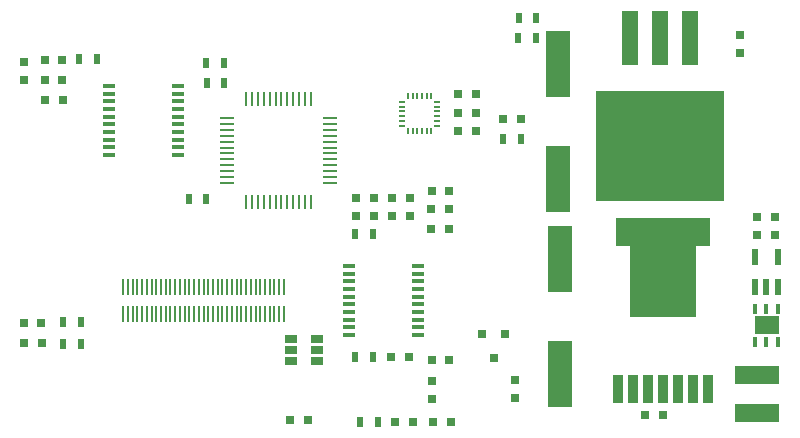
<source format=gbr>
G04 #@! TF.FileFunction,Paste,Top*
%FSLAX46Y46*%
G04 Gerber Fmt 4.6, Leading zero omitted, Abs format (unit mm)*
G04 Created by KiCad (PCBNEW 4.0.0-rc2-stable) date 4/30/2016 6:24:02 PM*
%MOMM*%
G01*
G04 APERTURE LIST*
%ADD10C,0.100000*%
%ADD11R,0.500000X0.900000*%
%ADD12R,3.700000X1.600000*%
%ADD13R,0.800000X0.750000*%
%ADD14R,0.750000X0.800000*%
%ADD15R,1.390000X4.600000*%
%ADD16R,10.800000X9.400000*%
%ADD17R,0.797560X0.797560*%
%ADD18R,0.800100X0.800100*%
%ADD19R,0.990600X0.304800*%
%ADD20R,0.200000X1.430000*%
%ADD21R,1.060000X0.650000*%
%ADD22R,0.406400X0.812800*%
%ADD23R,2.006600X1.498600*%
%ADD24R,0.558800X1.320800*%
%ADD25R,0.230000X0.600000*%
%ADD26R,0.600000X0.230000*%
%ADD27R,1.300000X0.250000*%
%ADD28R,0.250000X1.300000*%
%ADD29R,2.100580X5.600700*%
%ADD30R,5.590000X6.350000*%
%ADD31R,0.910000X2.410000*%
%ADD32R,8.000000X2.410000*%
G04 APERTURE END LIST*
D10*
D11*
X156540000Y-83560000D03*
X158040000Y-83560000D03*
X156590000Y-81870000D03*
X158090000Y-81870000D03*
D12*
X176820000Y-115290000D03*
X176820000Y-112090000D03*
D13*
X116250000Y-109425000D03*
X114750000Y-109425000D03*
X145775000Y-110575000D03*
X147275000Y-110575000D03*
X150700000Y-98080000D03*
X149200000Y-98080000D03*
X150730000Y-96550000D03*
X149230000Y-96550000D03*
D14*
X175370000Y-84800000D03*
X175370000Y-83300000D03*
D13*
X150670000Y-99730000D03*
X149170000Y-99730000D03*
X149230000Y-110870000D03*
X150730000Y-110870000D03*
X149370000Y-116040000D03*
X150870000Y-116040000D03*
X176780000Y-100230000D03*
X178280000Y-100230000D03*
X138725000Y-115875000D03*
X137225000Y-115875000D03*
X176780000Y-98740000D03*
X178280000Y-98740000D03*
D14*
X149250000Y-114110000D03*
X149250000Y-112610000D03*
X156320000Y-114060000D03*
X156320000Y-112560000D03*
D13*
X152980000Y-88330000D03*
X151480000Y-88330000D03*
X152970000Y-89890000D03*
X151470000Y-89890000D03*
D14*
X114750000Y-87090000D03*
X114750000Y-85590000D03*
D13*
X146125000Y-116100000D03*
X147625000Y-116100000D03*
X151480000Y-91430000D03*
X152980000Y-91430000D03*
X156800000Y-90450000D03*
X155300000Y-90450000D03*
X116200000Y-107675000D03*
X114700000Y-107675000D03*
D14*
X144370000Y-98600000D03*
X144370000Y-97100000D03*
X142870000Y-98600000D03*
X142870000Y-97100000D03*
X147370000Y-98620000D03*
X147370000Y-97120000D03*
X145870000Y-98610000D03*
X145870000Y-97110000D03*
D15*
X168580000Y-83530000D03*
D16*
X168580000Y-92680000D03*
D15*
X166040000Y-83530000D03*
X171120000Y-83530000D03*
D17*
X117959300Y-85420000D03*
X116460700Y-85420000D03*
X116460700Y-87130000D03*
X117959300Y-87130000D03*
X116480700Y-88850000D03*
X117979300Y-88850000D03*
D18*
X155430000Y-108649240D03*
X153530000Y-108649240D03*
X154480000Y-110648220D03*
D11*
X142750000Y-110575000D03*
X144250000Y-110575000D03*
X119550000Y-107575000D03*
X118050000Y-107575000D03*
X118050000Y-109450000D03*
X119550000Y-109450000D03*
X130170000Y-97230000D03*
X128670000Y-97230000D03*
X143150000Y-116100000D03*
X144650000Y-116100000D03*
X131680000Y-87390000D03*
X130180000Y-87390000D03*
X131660000Y-85690000D03*
X130160000Y-85690000D03*
X120900000Y-85375000D03*
X119400000Y-85375000D03*
X144250000Y-100175000D03*
X142750000Y-100175000D03*
X156775000Y-92150000D03*
X155275000Y-92150000D03*
D19*
X142202200Y-102875000D03*
X142202200Y-103525000D03*
X142202200Y-104175000D03*
X142202200Y-104825000D03*
X142202200Y-105475000D03*
X142202200Y-106125000D03*
X142202200Y-106775000D03*
X142202200Y-107425000D03*
X148037800Y-107425000D03*
X148037800Y-106775000D03*
X148037800Y-106125000D03*
X148037800Y-105475000D03*
X148037800Y-104825000D03*
X148037800Y-104175000D03*
X148037800Y-103525000D03*
X148037800Y-102875000D03*
X142202200Y-108075000D03*
X142202200Y-108725000D03*
X148037800Y-108075000D03*
X148037800Y-108725000D03*
D20*
X123120000Y-106965000D03*
X123520000Y-106965000D03*
X123920000Y-106965000D03*
X124320000Y-106965000D03*
X124720000Y-106965000D03*
X125120000Y-106965000D03*
X125520000Y-106965000D03*
X125920000Y-106965000D03*
X126320000Y-106965000D03*
X126720000Y-106965000D03*
X127120000Y-106965000D03*
X127520000Y-106965000D03*
X127920000Y-106965000D03*
X128320000Y-106965000D03*
X128720000Y-106965000D03*
X129120000Y-106965000D03*
X129520000Y-106965000D03*
X129920000Y-106965000D03*
X130320000Y-106965000D03*
X130720000Y-106965000D03*
X131120000Y-106965000D03*
X131520000Y-106965000D03*
X131920000Y-106965000D03*
X132320000Y-106965000D03*
X132720000Y-106965000D03*
X133120000Y-106965000D03*
X133520000Y-106965000D03*
X133920000Y-106965000D03*
X134320000Y-106965000D03*
X134720000Y-106965000D03*
X135120000Y-106965000D03*
X135520000Y-106965000D03*
X135920000Y-106965000D03*
X136320000Y-106965000D03*
X136720000Y-106965000D03*
X123120000Y-104615000D03*
X123520000Y-104615000D03*
X123920000Y-104615000D03*
X124320000Y-104615000D03*
X124720000Y-104615000D03*
X125120000Y-104615000D03*
X125520000Y-104615000D03*
X125920000Y-104615000D03*
X126320000Y-104615000D03*
X126720000Y-104615000D03*
X127120000Y-104615000D03*
X127520000Y-104615000D03*
X127920000Y-104615000D03*
X128320000Y-104615000D03*
X128720000Y-104615000D03*
X129120000Y-104615000D03*
X129520000Y-104615000D03*
X129920000Y-104615000D03*
X130320000Y-104615000D03*
X130720000Y-104615000D03*
X131120000Y-104615000D03*
X131520000Y-104615000D03*
X131920000Y-104615000D03*
X132320000Y-104615000D03*
X132720000Y-104615000D03*
X133120000Y-104615000D03*
X133520000Y-104615000D03*
X133920000Y-104615000D03*
X134320000Y-104615000D03*
X134720000Y-104615000D03*
X135120000Y-104615000D03*
X135520000Y-104615000D03*
X135920000Y-104615000D03*
X136320000Y-104615000D03*
X136720000Y-104615000D03*
D21*
X139520000Y-110940000D03*
X139520000Y-109990000D03*
X139520000Y-109040000D03*
X137320000Y-109040000D03*
X137320000Y-110940000D03*
X137320000Y-109990000D03*
D19*
X121922200Y-87625000D03*
X121922200Y-88275000D03*
X121922200Y-88925000D03*
X121922200Y-89575000D03*
X121922200Y-90225000D03*
X121922200Y-90875000D03*
X121922200Y-91525000D03*
X121922200Y-92175000D03*
X127757800Y-92175000D03*
X127757800Y-91525000D03*
X127757800Y-90875000D03*
X127757800Y-90225000D03*
X127757800Y-89575000D03*
X127757800Y-88925000D03*
X127757800Y-88275000D03*
X127757800Y-87625000D03*
X121922200Y-92825000D03*
X121922200Y-93475000D03*
X127757800Y-92825000D03*
X127757800Y-93475000D03*
D22*
X176640200Y-109267000D03*
X177580000Y-109267000D03*
X178519800Y-109267000D03*
X178519800Y-106473000D03*
X177580000Y-106473000D03*
X176640200Y-106473000D03*
D23*
X177605400Y-107895400D03*
D24*
X176640200Y-104630000D03*
X177580000Y-104630000D03*
X178519800Y-104630000D03*
X178519800Y-102090000D03*
X176640200Y-102090000D03*
D25*
X147220000Y-91480000D03*
X147620000Y-91480000D03*
X148020000Y-91480000D03*
X148420000Y-91480000D03*
X148820000Y-91480000D03*
X149220000Y-91480000D03*
D26*
X149720000Y-90980000D03*
X149720000Y-90580000D03*
X149720000Y-90180000D03*
X149720000Y-89780000D03*
X149720000Y-89380000D03*
X149720000Y-88980000D03*
D25*
X149220000Y-88480000D03*
X148820000Y-88480000D03*
X148420000Y-88480000D03*
X148020000Y-88480000D03*
X147620000Y-88480000D03*
X147220000Y-88480000D03*
D26*
X146720000Y-88980000D03*
X146720000Y-89380000D03*
X146720000Y-89780000D03*
X146720000Y-90180000D03*
X146720000Y-90580000D03*
X146720000Y-90980000D03*
D27*
X140620000Y-95840000D03*
X140620000Y-95340000D03*
X140620000Y-94840000D03*
X140620000Y-94340000D03*
X140620000Y-93840000D03*
X140620000Y-93340000D03*
X140620000Y-92840000D03*
X140620000Y-92340000D03*
X140620000Y-91840000D03*
X140620000Y-91340000D03*
X140620000Y-90840000D03*
X140620000Y-90340000D03*
D28*
X139020000Y-88740000D03*
X138520000Y-88740000D03*
X138020000Y-88740000D03*
X137520000Y-88740000D03*
X137020000Y-88740000D03*
X136520000Y-88740000D03*
X136020000Y-88740000D03*
X135520000Y-88740000D03*
X135020000Y-88740000D03*
X134520000Y-88740000D03*
X134020000Y-88740000D03*
X133520000Y-88740000D03*
D27*
X131920000Y-90340000D03*
X131920000Y-90840000D03*
X131920000Y-91340000D03*
X131920000Y-91840000D03*
X131920000Y-92340000D03*
X131920000Y-92840000D03*
X131920000Y-93340000D03*
X131920000Y-93840000D03*
X131920000Y-94340000D03*
X131920000Y-94840000D03*
X131920000Y-95340000D03*
X131920000Y-95840000D03*
D28*
X133520000Y-97440000D03*
X134020000Y-97440000D03*
X134520000Y-97440000D03*
X135020000Y-97440000D03*
X135520000Y-97440000D03*
X136020000Y-97440000D03*
X136520000Y-97440000D03*
X137020000Y-97440000D03*
X137520000Y-97440000D03*
X138020000Y-97440000D03*
X138520000Y-97440000D03*
X139020000Y-97440000D03*
D29*
X159950000Y-85801140D03*
X159950000Y-95498860D03*
X160060000Y-102281140D03*
X160060000Y-111978860D03*
D30*
X168780000Y-104020000D03*
D31*
X164970000Y-113245000D03*
X166240000Y-113245000D03*
X167510000Y-113245000D03*
X168780000Y-113245000D03*
X170050000Y-113245000D03*
X171320000Y-113245000D03*
X172590000Y-113245000D03*
D32*
X168780000Y-100020000D03*
D13*
X168825000Y-115500000D03*
X167325000Y-115500000D03*
M02*

</source>
